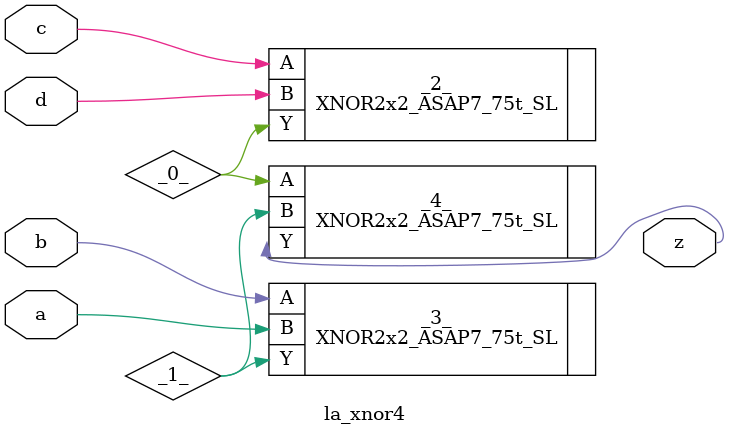
<source format=v>

/* Generated by Yosys 0.37 (git sha1 a5c7f69ed, clang 14.0.0-1ubuntu1.1 -fPIC -Os) */

module la_xnor4(a, b, c, d, z);
  wire _0_;
  wire _1_;
  input a;
  wire a;
  input b;
  wire b;
  input c;
  wire c;
  input d;
  wire d;
  output z;
  wire z;
  XNOR2x2_ASAP7_75t_SL _2_ (
    .A(c),
    .B(d),
    .Y(_0_)
  );
  XNOR2x2_ASAP7_75t_SL _3_ (
    .A(b),
    .B(a),
    .Y(_1_)
  );
  XNOR2x2_ASAP7_75t_SL _4_ (
    .A(_0_),
    .B(_1_),
    .Y(z)
  );
endmodule

</source>
